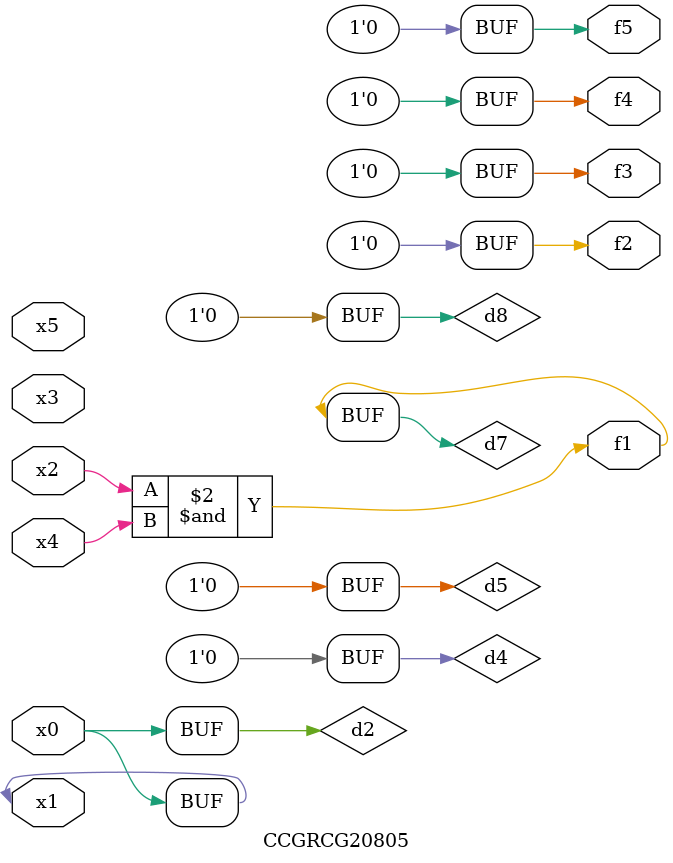
<source format=v>
module CCGRCG20805(
	input x0, x1, x2, x3, x4, x5,
	output f1, f2, f3, f4, f5
);

	wire d1, d2, d3, d4, d5, d6, d7, d8, d9;

	nand (d1, x1);
	buf (d2, x0, x1);
	nand (d3, x2, x4);
	and (d4, d1, d2);
	and (d5, d1, d2);
	nand (d6, d1, d3);
	not (d7, d3);
	xor (d8, d5);
	nor (d9, d5, d6);
	assign f1 = d7;
	assign f2 = d8;
	assign f3 = d8;
	assign f4 = d8;
	assign f5 = d8;
endmodule

</source>
